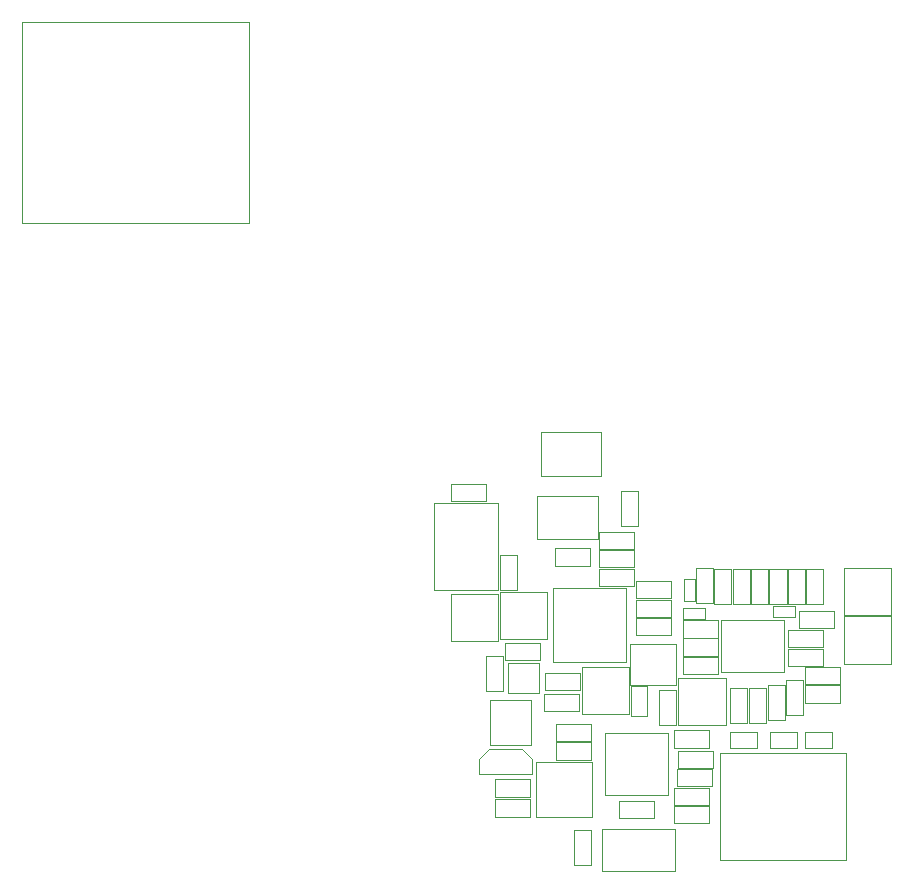
<source format=gbr>
%TF.GenerationSoftware,KiCad,Pcbnew,8.0.5*%
%TF.CreationDate,2024-10-11T13:06:57+01:00*%
%TF.ProjectId,esquema_eletronico,65737175-656d-4615-9f65-6c6574726f6e,rev?*%
%TF.SameCoordinates,Original*%
%TF.FileFunction,Other,User*%
%FSLAX46Y46*%
G04 Gerber Fmt 4.6, Leading zero omitted, Abs format (unit mm)*
G04 Created by KiCad (PCBNEW 8.0.5) date 2024-10-11 13:06:57*
%MOMM*%
%LPD*%
G01*
G04 APERTURE LIST*
%ADD10C,0.050000*%
%ADD11C,0.100000*%
G04 APERTURE END LIST*
D10*
%TO.C,C39*%
X149730000Y-113820000D02*
X149730000Y-116780000D01*
X149730000Y-116780000D02*
X148270000Y-116780000D01*
X148270000Y-113820000D02*
X149730000Y-113820000D01*
X148270000Y-116780000D02*
X148270000Y-113820000D01*
%TO.C,C10*%
X149620000Y-126855000D02*
X149620000Y-123895000D01*
X149620000Y-123895000D02*
X151080000Y-123895000D01*
X151080000Y-126855000D02*
X149620000Y-126855000D01*
X151080000Y-123895000D02*
X151080000Y-126855000D01*
%TO.C,U2*%
X126815000Y-129870000D02*
X127655000Y-129030000D01*
X126815000Y-131160000D02*
X126815000Y-129870000D01*
X127655000Y-129030000D02*
X130415000Y-129030000D01*
X130415000Y-129030000D02*
X131315000Y-129930000D01*
X131315000Y-129930000D02*
X131315000Y-131160000D01*
X131315000Y-131160000D02*
X126815000Y-131160000D01*
%TO.C,C31*%
X128120000Y-133330000D02*
X131080000Y-133330000D01*
X128120000Y-134790000D02*
X128120000Y-133330000D01*
X131080000Y-133330000D02*
X131080000Y-134790000D01*
X131080000Y-134790000D02*
X128120000Y-134790000D01*
%TO.C,C19*%
X146695000Y-113795000D02*
X148155000Y-113795000D01*
X146695000Y-116755000D02*
X146695000Y-113795000D01*
X148155000Y-113795000D02*
X148155000Y-116755000D01*
X148155000Y-116755000D02*
X146695000Y-116755000D01*
%TO.C,TP4*%
X135500000Y-122075000D02*
X135500000Y-126075000D01*
X135500000Y-122075000D02*
X139500000Y-122075000D01*
X139500000Y-126075000D02*
X135500000Y-126075000D01*
X139500000Y-126075000D02*
X139500000Y-122075000D01*
%TO.C,D7*%
X131700000Y-107600000D02*
X136850000Y-107600000D01*
X131700000Y-111300000D02*
X131700000Y-107600000D01*
X136850000Y-107600000D02*
X136850000Y-111300000D01*
X136850000Y-111300000D02*
X131700000Y-111300000D01*
%TO.C,L1*%
X131650000Y-130125000D02*
X136350000Y-130125000D01*
X131650000Y-134825000D02*
X131650000Y-130125000D01*
X136350000Y-130125000D02*
X136350000Y-134825000D01*
X136350000Y-134825000D02*
X131650000Y-134825000D01*
%TO.C,J1*%
X137200000Y-135825000D02*
X137200000Y-139425000D01*
X137200000Y-139425000D02*
X143350000Y-139425000D01*
X143350000Y-135825000D02*
X137200000Y-135825000D01*
X143350000Y-139425000D02*
X143350000Y-135825000D01*
%TO.C,R36*%
X140095000Y-117980000D02*
X143055000Y-117980000D01*
X140095000Y-119440000D02*
X140095000Y-117980000D01*
X143055000Y-117980000D02*
X143055000Y-119440000D01*
X143055000Y-119440000D02*
X140095000Y-119440000D01*
%TO.C,R32*%
X138625000Y-133470000D02*
X141585000Y-133470000D01*
X138625000Y-134930000D02*
X138625000Y-133470000D01*
X141585000Y-133470000D02*
X141585000Y-134930000D01*
X141585000Y-134930000D02*
X138625000Y-134930000D01*
%TO.C,C22*%
X149795000Y-113820000D02*
X151255000Y-113820000D01*
X149795000Y-116780000D02*
X149795000Y-113820000D01*
X151255000Y-113820000D02*
X151255000Y-116780000D01*
X151255000Y-116780000D02*
X149795000Y-116780000D01*
%TO.C,U3*%
X129250000Y-121800000D02*
X129250000Y-124300000D01*
X129250000Y-124300000D02*
X131890000Y-124300000D01*
X131890000Y-121800000D02*
X129250000Y-121800000D01*
X131890000Y-124300000D02*
X131890000Y-121800000D01*
%TO.C,R31*%
X143620000Y-129195000D02*
X146580000Y-129195000D01*
X143620000Y-130655000D02*
X143620000Y-129195000D01*
X146580000Y-129195000D02*
X146580000Y-130655000D01*
X146580000Y-130655000D02*
X143620000Y-130655000D01*
%TO.C,C1*%
X128545000Y-112620000D02*
X130005000Y-112620000D01*
X128545000Y-115580000D02*
X128545000Y-112620000D01*
X130005000Y-112620000D02*
X130005000Y-115580000D01*
X130005000Y-115580000D02*
X128545000Y-115580000D01*
%TO.C,R30*%
X143275000Y-133875000D02*
X146235000Y-133875000D01*
X143275000Y-135335000D02*
X143275000Y-133875000D01*
X146235000Y-133875000D02*
X146235000Y-135335000D01*
X146235000Y-135335000D02*
X143275000Y-135335000D01*
%TO.C,IC2*%
X137480000Y-127675000D02*
X142780000Y-127675000D01*
X137480000Y-132975000D02*
X137480000Y-127675000D01*
X142780000Y-127675000D02*
X142780000Y-132975000D01*
X142780000Y-132975000D02*
X137480000Y-132975000D01*
%TO.C,C6*%
X128970000Y-120045000D02*
X131930000Y-120045000D01*
X128970000Y-121505000D02*
X128970000Y-120045000D01*
X131930000Y-120045000D02*
X131930000Y-121505000D01*
X131930000Y-121505000D02*
X128970000Y-121505000D01*
%TO.C,TP3*%
X143675000Y-123050000D02*
X143675000Y-127050000D01*
X143675000Y-123050000D02*
X147675000Y-123050000D01*
X147675000Y-127050000D02*
X143675000Y-127050000D01*
X147675000Y-127050000D02*
X147675000Y-123050000D01*
%TO.C,Q4*%
X127755000Y-124907500D02*
X127755000Y-128747500D01*
X127755000Y-128747500D02*
X131155000Y-128747500D01*
X131155000Y-124907500D02*
X127755000Y-124907500D01*
X131155000Y-128747500D02*
X131155000Y-124907500D01*
%TO.C,TP7*%
X124425000Y-119950000D02*
X124425000Y-115950000D01*
X124425000Y-119950000D02*
X128425000Y-119950000D01*
X128425000Y-115950000D02*
X124425000Y-115950000D01*
X128425000Y-115950000D02*
X128425000Y-119950000D01*
%TO.C,C25*%
X151370000Y-113820000D02*
X152830000Y-113820000D01*
X151370000Y-116780000D02*
X151370000Y-113820000D01*
X152830000Y-113820000D02*
X152830000Y-116780000D01*
X152830000Y-116780000D02*
X151370000Y-116780000D01*
%TO.C,R6*%
X145120000Y-113745000D02*
X146580000Y-113745000D01*
X145120000Y-116705000D02*
X145120000Y-113745000D01*
X146580000Y-113745000D02*
X146580000Y-116705000D01*
X146580000Y-116705000D02*
X145120000Y-116705000D01*
%TO.C,R34*%
X143275000Y-132325000D02*
X146235000Y-132325000D01*
X143275000Y-133785000D02*
X143275000Y-132325000D01*
X146235000Y-132325000D02*
X146235000Y-133785000D01*
X146235000Y-133785000D02*
X143275000Y-133785000D01*
%TO.C,BT1*%
X107300000Y-67487500D02*
X88100000Y-67487500D01*
X88100000Y-84487500D01*
X107300000Y-84487500D01*
X107300000Y-67487500D01*
%TO.C,C15*%
X154420000Y-122120000D02*
X157380000Y-122120000D01*
X154420000Y-123580000D02*
X154420000Y-122120000D01*
X157380000Y-122120000D02*
X157380000Y-123580000D01*
X157380000Y-123580000D02*
X154420000Y-123580000D01*
%TO.C,C14*%
X152920000Y-120570000D02*
X155880000Y-120570000D01*
X152920000Y-122030000D02*
X152920000Y-120570000D01*
X155880000Y-120570000D02*
X155880000Y-122030000D01*
X155880000Y-122030000D02*
X152920000Y-122030000D01*
%TO.C,U1*%
X122995000Y-108205000D02*
X128395000Y-108205000D01*
X122995000Y-115625000D02*
X122995000Y-108205000D01*
X128395000Y-108205000D02*
X128395000Y-115625000D01*
X128395000Y-115625000D02*
X122995000Y-115625000D01*
%TO.C,TP5*%
X157675000Y-113700000D02*
X157675000Y-117700000D01*
X157675000Y-113700000D02*
X161675000Y-113700000D01*
X161675000Y-117700000D02*
X157675000Y-117700000D01*
X161675000Y-117700000D02*
X161675000Y-113700000D01*
%TO.C,C16*%
X154395000Y-123670000D02*
X157355000Y-123670000D01*
X154395000Y-125130000D02*
X154395000Y-123670000D01*
X157355000Y-123670000D02*
X157355000Y-125130000D01*
X157355000Y-125130000D02*
X154395000Y-125130000D01*
%TO.C,C18*%
X152920000Y-118970000D02*
X155880000Y-118970000D01*
X152920000Y-120430000D02*
X152920000Y-118970000D01*
X155880000Y-118970000D02*
X155880000Y-120430000D01*
X155880000Y-120430000D02*
X152920000Y-120430000D01*
%TO.C,J2*%
X147230000Y-129375000D02*
X157870000Y-129375000D01*
X147230000Y-138455000D02*
X147230000Y-129375000D01*
X147230000Y-138455000D02*
X157870000Y-138455000D01*
X157870000Y-138455000D02*
X157870000Y-129375000D01*
%TO.C,R22*%
X144045000Y-118170000D02*
X147005000Y-118170000D01*
X144045000Y-119630000D02*
X144045000Y-118170000D01*
X147005000Y-118170000D02*
X147005000Y-119630000D01*
X147005000Y-119630000D02*
X144045000Y-119630000D01*
%TO.C,D5*%
X139650000Y-123725000D02*
X141050000Y-123725000D01*
X139650000Y-126225000D02*
X139650000Y-123725000D01*
X141050000Y-123725000D02*
X141050000Y-126225000D01*
X141050000Y-126225000D02*
X139650000Y-126225000D01*
%TO.C,R25*%
X144105000Y-114695000D02*
X145045000Y-114695000D01*
X144105000Y-116555000D02*
X144105000Y-114695000D01*
X145045000Y-114695000D02*
X145045000Y-116555000D01*
X145045000Y-116555000D02*
X144105000Y-116555000D01*
%TO.C,R24*%
X144070000Y-121245000D02*
X147030000Y-121245000D01*
X144070000Y-122705000D02*
X144070000Y-121245000D01*
X147030000Y-121245000D02*
X147030000Y-122705000D01*
X147030000Y-122705000D02*
X144070000Y-122705000D01*
%TO.C,R8*%
X128130000Y-131640000D02*
X131090000Y-131640000D01*
X128130000Y-133100000D02*
X128130000Y-131640000D01*
X131090000Y-131640000D02*
X131090000Y-133100000D01*
X131090000Y-133100000D02*
X128130000Y-133100000D01*
D11*
%TO.C,U6*%
X147250000Y-118150000D02*
X152650000Y-118150000D01*
X147250000Y-122550000D02*
X147250000Y-118150000D01*
X152650000Y-118150000D02*
X152650000Y-122550000D01*
X152650000Y-122550000D02*
X147250000Y-122550000D01*
D10*
%TO.C,D6*%
X132000000Y-102225000D02*
X137150000Y-102225000D01*
X132000000Y-105925000D02*
X132000000Y-102225000D01*
X137150000Y-102225000D02*
X137150000Y-105925000D01*
X137150000Y-105925000D02*
X132000000Y-105925000D01*
%TO.C,U8*%
X133020000Y-115455000D02*
X133020000Y-121665000D01*
X133020000Y-121665000D02*
X139230000Y-121665000D01*
X139230000Y-115455000D02*
X133020000Y-115455000D01*
X139230000Y-121665000D02*
X139230000Y-115455000D01*
%TO.C,C27*%
X132325000Y-124370000D02*
X135285000Y-124370000D01*
X132325000Y-125830000D02*
X132325000Y-124370000D01*
X135285000Y-124370000D02*
X135285000Y-125830000D01*
X135285000Y-125830000D02*
X132325000Y-125830000D01*
%TO.C,C26*%
X132350000Y-122620000D02*
X135310000Y-122620000D01*
X132350000Y-124080000D02*
X132350000Y-122620000D01*
X135310000Y-122620000D02*
X135310000Y-124080000D01*
X135310000Y-124080000D02*
X132350000Y-124080000D01*
%TO.C,TP6*%
X157675000Y-117825000D02*
X157675000Y-121825000D01*
X157675000Y-117825000D02*
X161675000Y-117825000D01*
X161675000Y-121825000D02*
X157675000Y-121825000D01*
X161675000Y-121825000D02*
X161675000Y-117825000D01*
%TO.C,C13*%
X151270000Y-123620000D02*
X152730000Y-123620000D01*
X151270000Y-126580000D02*
X151270000Y-123620000D01*
X152730000Y-123620000D02*
X152730000Y-126580000D01*
X152730000Y-126580000D02*
X151270000Y-126580000D01*
%TO.C,R28*%
X142020000Y-124070000D02*
X143480000Y-124070000D01*
X142020000Y-127030000D02*
X142020000Y-124070000D01*
X143480000Y-124070000D02*
X143480000Y-127030000D01*
X143480000Y-127030000D02*
X142020000Y-127030000D01*
%TO.C,R39*%
X140120000Y-114855000D02*
X143080000Y-114855000D01*
X140120000Y-116315000D02*
X140120000Y-114855000D01*
X143080000Y-114855000D02*
X143080000Y-116315000D01*
X143080000Y-116315000D02*
X140120000Y-116315000D01*
%TO.C,C20*%
X153870000Y-117370000D02*
X156830000Y-117370000D01*
X153870000Y-118830000D02*
X153870000Y-117370000D01*
X156830000Y-117370000D02*
X156830000Y-118830000D01*
X156830000Y-118830000D02*
X153870000Y-118830000D01*
%TO.C,R27*%
X144085000Y-117105000D02*
X145945000Y-117105000D01*
X144085000Y-118045000D02*
X144085000Y-117105000D01*
X145945000Y-117105000D02*
X145945000Y-118045000D01*
X145945000Y-118045000D02*
X144085000Y-118045000D01*
%TO.C,R9*%
X133245000Y-112070000D02*
X136205000Y-112070000D01*
X133245000Y-113530000D02*
X133245000Y-112070000D01*
X136205000Y-112070000D02*
X136205000Y-113530000D01*
X136205000Y-113530000D02*
X133245000Y-113530000D01*
%TO.C,D4*%
X154352500Y-127650000D02*
X154352500Y-128950000D01*
X154352500Y-128950000D02*
X156652500Y-128950000D01*
X156652500Y-127650000D02*
X154352500Y-127650000D01*
X156652500Y-128950000D02*
X156652500Y-127650000D01*
%TO.C,C28*%
X133300000Y-128495000D02*
X136260000Y-128495000D01*
X133300000Y-129955000D02*
X133300000Y-128495000D01*
X136260000Y-128495000D02*
X136260000Y-129955000D01*
X136260000Y-129955000D02*
X133300000Y-129955000D01*
%TO.C,R23*%
X144045000Y-119695000D02*
X147005000Y-119695000D01*
X144045000Y-121155000D02*
X144045000Y-119695000D01*
X147005000Y-119695000D02*
X147005000Y-121155000D01*
X147005000Y-121155000D02*
X144045000Y-121155000D01*
%TO.C,C23*%
X154445000Y-113820000D02*
X155905000Y-113820000D01*
X154445000Y-116780000D02*
X154445000Y-113820000D01*
X155905000Y-113820000D02*
X155905000Y-116780000D01*
X155905000Y-116780000D02*
X154445000Y-116780000D01*
%TO.C,C38*%
X136970000Y-112230000D02*
X139930000Y-112230000D01*
X136970000Y-113690000D02*
X136970000Y-112230000D01*
X139930000Y-112230000D02*
X139930000Y-113690000D01*
X139930000Y-113690000D02*
X136970000Y-113690000D01*
%TO.C,C24*%
X152920000Y-113820000D02*
X154380000Y-113820000D01*
X152920000Y-116780000D02*
X152920000Y-113820000D01*
X154380000Y-113820000D02*
X154380000Y-116780000D01*
X154380000Y-116780000D02*
X152920000Y-116780000D01*
%TO.C,R38*%
X136970000Y-113780000D02*
X139930000Y-113780000D01*
X136970000Y-115240000D02*
X136970000Y-113780000D01*
X139930000Y-113780000D02*
X139930000Y-115240000D01*
X139930000Y-115240000D02*
X136970000Y-115240000D01*
%TO.C,C29*%
X133325000Y-126945000D02*
X136285000Y-126945000D01*
X133325000Y-128405000D02*
X133325000Y-126945000D01*
X136285000Y-126945000D02*
X136285000Y-128405000D01*
X136285000Y-128405000D02*
X133325000Y-128405000D01*
%TO.C,C5*%
X127370000Y-121220000D02*
X128830000Y-121220000D01*
X127370000Y-124180000D02*
X127370000Y-121220000D01*
X128830000Y-121220000D02*
X128830000Y-124180000D01*
X128830000Y-124180000D02*
X127370000Y-124180000D01*
%TO.C,R26*%
X151670000Y-116980000D02*
X153530000Y-116980000D01*
X151670000Y-117920000D02*
X151670000Y-116980000D01*
X153530000Y-116980000D02*
X153530000Y-117920000D01*
X153530000Y-117920000D02*
X151670000Y-117920000D01*
%TO.C,C30*%
X134845000Y-135945000D02*
X136305000Y-135945000D01*
X134845000Y-138905000D02*
X134845000Y-135945000D01*
X136305000Y-135945000D02*
X136305000Y-138905000D01*
X136305000Y-138905000D02*
X134845000Y-138905000D01*
%TO.C,R29*%
X143325000Y-127475000D02*
X146285000Y-127475000D01*
X143325000Y-128935000D02*
X143325000Y-127475000D01*
X146285000Y-127475000D02*
X146285000Y-128935000D01*
X146285000Y-128935000D02*
X143325000Y-128935000D01*
%TO.C,Q3*%
X139597500Y-120200000D02*
X139597500Y-123600000D01*
X139597500Y-123600000D02*
X143437500Y-123600000D01*
X143437500Y-120200000D02*
X139597500Y-120200000D01*
X143437500Y-123600000D02*
X143437500Y-120200000D01*
%TO.C,D3*%
X148015000Y-127650000D02*
X148015000Y-128950000D01*
X148015000Y-128950000D02*
X150315000Y-128950000D01*
X150315000Y-127650000D02*
X148015000Y-127650000D01*
X150315000Y-128950000D02*
X150315000Y-127650000D01*
%TO.C,C17*%
X148020000Y-123895000D02*
X149480000Y-123895000D01*
X148020000Y-126855000D02*
X148020000Y-123895000D01*
X149480000Y-123895000D02*
X149480000Y-126855000D01*
X149480000Y-126855000D02*
X148020000Y-126855000D01*
%TO.C,R37*%
X140095000Y-116430000D02*
X143055000Y-116430000D01*
X140095000Y-117890000D02*
X140095000Y-116430000D01*
X143055000Y-116430000D02*
X143055000Y-117890000D01*
X143055000Y-117890000D02*
X140095000Y-117890000D01*
%TO.C,R33*%
X143595000Y-130745000D02*
X146555000Y-130745000D01*
X143595000Y-132205000D02*
X143595000Y-130745000D01*
X146555000Y-130745000D02*
X146555000Y-132205000D01*
X146555000Y-132205000D02*
X143595000Y-132205000D01*
%TO.C,D2*%
X151452500Y-127650000D02*
X151452500Y-128950000D01*
X151452500Y-128950000D02*
X153752500Y-128950000D01*
X153752500Y-127650000D02*
X151452500Y-127650000D01*
X153752500Y-128950000D02*
X153752500Y-127650000D01*
%TO.C,TP8*%
X128575000Y-119725000D02*
X128575000Y-115725000D01*
X128575000Y-119725000D02*
X132575000Y-119725000D01*
X132575000Y-115725000D02*
X128575000Y-115725000D01*
X132575000Y-115725000D02*
X132575000Y-119725000D01*
%TO.C,R7*%
X138820000Y-107220000D02*
X140280000Y-107220000D01*
X138820000Y-110180000D02*
X138820000Y-107220000D01*
X140280000Y-107220000D02*
X140280000Y-110180000D01*
X140280000Y-110180000D02*
X138820000Y-110180000D01*
%TO.C,C2*%
X124395000Y-106595000D02*
X127355000Y-106595000D01*
X124395000Y-108055000D02*
X124395000Y-106595000D01*
X127355000Y-106595000D02*
X127355000Y-108055000D01*
X127355000Y-108055000D02*
X124395000Y-108055000D01*
%TO.C,C37*%
X136970000Y-110680000D02*
X139930000Y-110680000D01*
X136970000Y-112140000D02*
X136970000Y-110680000D01*
X139930000Y-110680000D02*
X139930000Y-112140000D01*
X139930000Y-112140000D02*
X136970000Y-112140000D01*
%TO.C,C21*%
X152795000Y-123220000D02*
X154255000Y-123220000D01*
X152795000Y-126180000D02*
X152795000Y-123220000D01*
X154255000Y-123220000D02*
X154255000Y-126180000D01*
X154255000Y-126180000D02*
X152795000Y-126180000D01*
%TD*%
M02*

</source>
